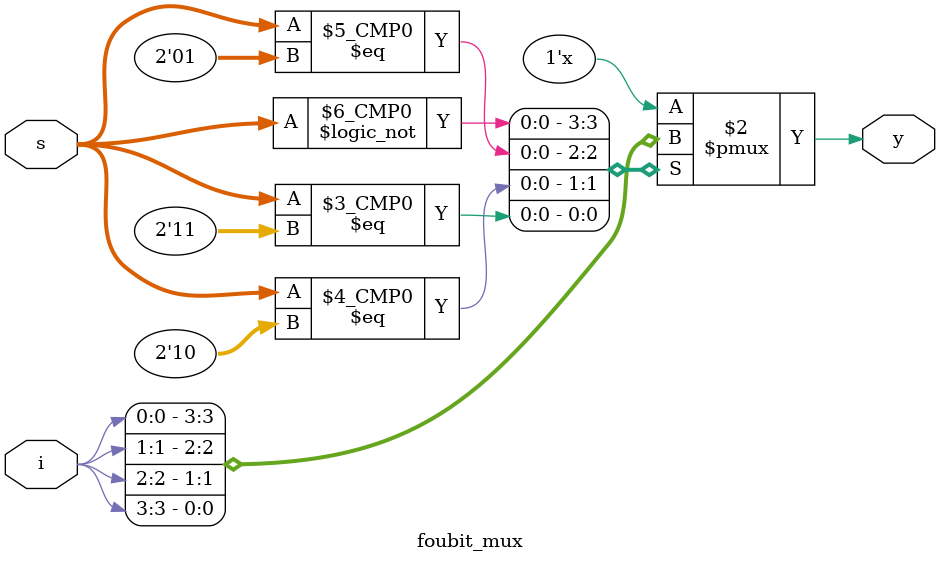
<source format=v>
module foubit_mux(y,s,i);
    input [1:0]s;
    input [3:0]i;
    output y;
    reg y;
    always@(*)
    begin
        case(s)
            2'b00: y<=i[0];
            2'b01: y<=i[1];
            2'b10: y<=i[2];
            2'b11: y<=i[3];
        endcase
    end
endmodule

</source>
